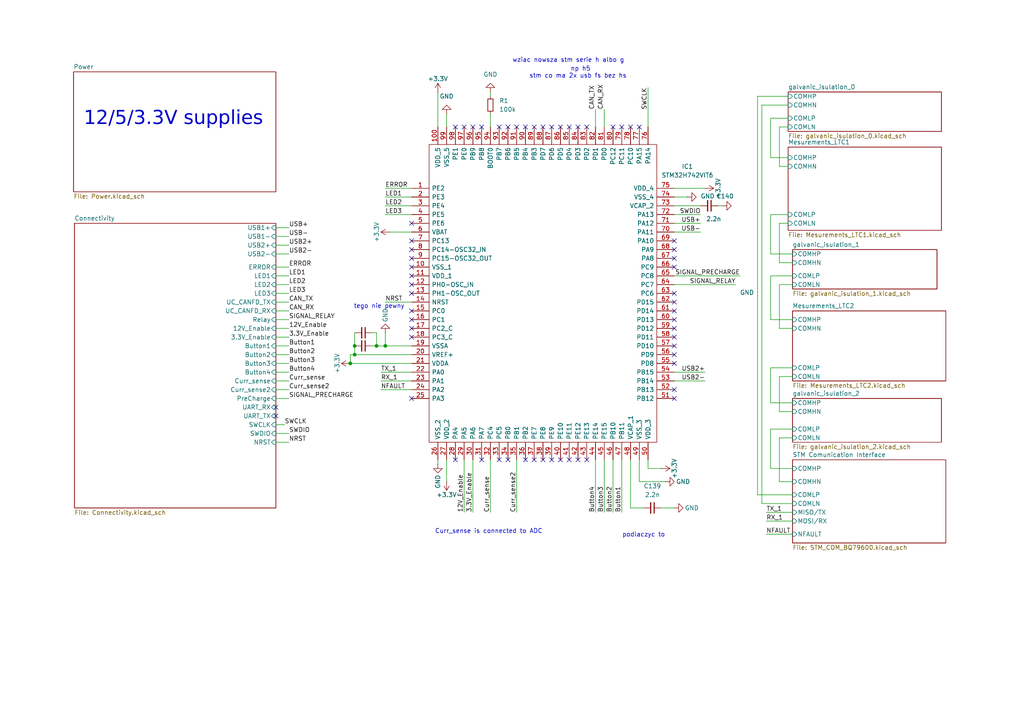
<source format=kicad_sch>
(kicad_sch (version 20231120) (generator "eeschema") (generator_version "8.0")
  (paper "A4")
  (lib_symbols
    (symbol "Device:C_Small" (pin_numbers hide) (pin_names (offset 0.254) hide)
      (property "Reference" "C" (at 0.254 1.778 0))
      (property "Value" "C_Small" (at 0.254 -2.032 0))
      (symbol "C_Small_0_1"
        (polyline (pts (xy -1.524 -0.508) (xy 1.524 -0.508)) (stroke (width 0.3302)))
        (polyline (pts (xy -1.524 0.508) (xy 1.524 0.508)) (stroke (width 0.3048)))
      )
      (symbol "C_Small_1_1"
        (pin passive line (at 0 2.54 270) (length 2.032) (name "~") (number "1"))
        (pin passive line (at 0 -2.54 90) (length 2.032) (name "~") (number "2"))
      )
    )
    (symbol "Device:R_Small" (pin_numbers hide) (pin_names (offset 0.254) hide)
      (property "Reference" "R1" (at 2.54 1.2701 0))
      (property "Value" "100k" (at 2.54 -1.2699 0))
      (symbol "R_Small_0_1"
        (rectangle (start -0.762 1.778) (end 0.762 -1.778) (stroke (width 0.2032)))
      )
      (symbol "R_Small_1_1"
        (pin passive line (at 0 2.54 270) (length 0.762) (name "~") (number "1"))
        (pin passive line (at 0 -2.54 90) (length 0.762) (name "~") (number "2"))
      )
    )
    (symbol "GND_1" (power) (pin_numbers hide) (pin_names (offset 0) hide)
      (property "Value" "GND" (at 0.254 -5.842 90))
      (symbol "GND_1_0_1"
        (polyline (pts (xy 0 0) (xy 0 -1.27) (xy 1.27 -1.27) (xy 0 -2.54) (xy -1.27 -1.27) (xy 0 -1.27)))
      )
      (symbol "GND_1_1_1"
        (pin power_out line (at 0 0 270) (length 0) (name "~") (number "1"))
      )
    )
    (symbol "GND_2" (power) (pin_numbers hide) (pin_names (offset 0) hide)
      (property "Value" "GND" (at 0 -5.08 0))
      (symbol "GND_2_0_1"
        (polyline (pts (xy 0 0) (xy 0 -1.27) (xy 1.27 -1.27) (xy 0 -2.54) (xy -1.27 -1.27) (xy 0 -1.27)))
      )
      (symbol "GND_2_1_1"
        (pin passive line (at 0 0 270) (length 0) (name "~") (number "1"))
      )
    )
    (symbol "STM32H742VIT6:STM32H742VIT6" (pin_names (offset 0.762))
      (property "Reference" "IC4" (at 80.01 6.3186 0))
      (property "Value" "STM32H742VIT6" (at 80.01 3.7786 0))
      (symbol "STM32H742VIT6_0_0"
        (pin passive line (at 0 0 0) (length 5.08) (name "PE2") (number "1"))
        (pin passive line (at 0 -22.86 0) (length 5.08) (name "VSS_1") (number "10"))
        (pin passive line (at 7.62 17.78 270) (length 5.08) (name "VDD_5") (number "100"))
        (pin passive line (at 0 -25.4 0) (length 5.08) (name "VDD_1") (number "11"))
        (pin passive line (at 0 -27.94 0) (length 5.08) (name "PH0-OSC_IN") (number "12"))
        (pin passive line (at 0 -30.48 0) (length 5.08) (name "PH1-OSC_OUT") (number "13"))
        (pin passive line (at 0 -33.02 0) (length 5.08) (name "NRST") (number "14"))
        (pin passive line (at 0 -35.56 0) (length 5.08) (name "PC0") (number "15"))
        (pin passive line (at 0 -38.1 0) (length 5.08) (name "PC1") (number "16"))
        (pin passive line (at 0 -40.64 0) (length 5.08) (name "PC2_C") (number "17"))
        (pin passive line (at 0 -43.18 0) (length 5.08) (name "PC3_C") (number "18"))
        (pin passive line (at 0 -45.72 0) (length 5.08) (name "VSSA") (number "19"))
        (pin passive line (at 0 -2.54 0) (length 5.08) (name "PE3") (number "2"))
        (pin passive line (at 0 -48.26 0) (length 5.08) (name "VREF+") (number "20"))
        (pin passive line (at 0 -50.8 0) (length 5.08) (name "VDDA") (number "21"))
        (pin passive line (at 0 -53.34 0) (length 5.08) (name "PA0") (number "22"))
        (pin passive line (at 0 -55.88 0) (length 5.08) (name "PA1") (number "23"))
        (pin passive line (at 0 -58.42 0) (length 5.08) (name "PA2") (number "24"))
        (pin passive line (at 0 -60.96 0) (length 5.08) (name "PA3") (number "25"))
        (pin passive line (at 7.62 -78.74 90) (length 5.08) (name "VSS_2") (number "26"))
        (pin passive line (at 10.16 -78.74 90) (length 5.08) (name "VDD_2") (number "27"))
        (pin passive line (at 12.7 -78.74 90) (length 5.08) (name "PA4") (number "28"))
        (pin passive line (at 15.24 -78.74 90) (length 5.08) (name "PA5") (number "29"))
        (pin passive line (at 0 -5.08 0) (length 5.08) (name "PE4") (number "3"))
        (pin passive line (at 17.78 -78.74 90) (length 5.08) (name "PA6") (number "30"))
        (pin passive line (at 20.32 -78.74 90) (length 5.08) (name "PA7") (number "31"))
        (pin passive line (at 22.86 -78.74 90) (length 5.08) (name "PC4") (number "32"))
        (pin passive line (at 25.4 -78.74 90) (length 5.08) (name "PC5") (number "33"))
        (pin passive line (at 27.94 -78.74 90) (length 5.08) (name "PB0") (number "34"))
        (pin passive line (at 30.48 -78.74 90) (length 5.08) (name "PB1") (number "35"))
        (pin passive line (at 33.02 -78.74 90) (length 5.08) (name "PB2") (number "36"))
        (pin passive line (at 35.56 -78.74 90) (length 5.08) (name "PE7") (number "37"))
        (pin passive line (at 38.1 -78.74 90) (length 5.08) (name "PE8") (number "38"))
        (pin passive line (at 40.64 -78.74 90) (length 5.08) (name "PE9") (number "39"))
        (pin passive line (at 0 -7.62 0) (length 5.08) (name "PE5") (number "4"))
        (pin passive line (at 43.18 -78.74 90) (length 5.08) (name "PE10") (number "40"))
        (pin passive line (at 45.72 -78.74 90) (length 5.08) (name "PE11") (number "41"))
        (pin passive line (at 48.26 -78.74 90) (length 5.08) (name "PE12") (number "42"))
        (pin passive line (at 50.8 -78.74 90) (length 5.08) (name "PE13") (number "43"))
        (pin passive line (at 53.34 -78.74 90) (length 5.08) (name "PE14") (number "44"))
        (pin passive line (at 55.88 -78.74 90) (length 5.08) (name "PE15") (number "45"))
        (pin passive line (at 58.42 -78.74 90) (length 5.08) (name "PB10") (number "46"))
        (pin passive line (at 60.96 -78.74 90) (length 5.08) (name "PB11") (number "47"))
        (pin passive line (at 63.5 -78.74 90) (length 5.08) (name "VCAP_1") (number "48"))
        (pin passive line (at 66.04 -78.74 90) (length 5.08) (name "VSS_3") (number "49"))
        (pin passive line (at 0 -10.16 0) (length 5.08) (name "PE6") (number "5"))
        (pin passive line (at 68.58 -78.74 90) (length 5.08) (name "VDD_3") (number "50"))
        (pin passive line (at 76.2 -60.96 180) (length 5.08) (name "PB12") (number "51"))
        (pin passive line (at 76.2 -58.42 180) (length 5.08) (name "PB13") (number "52"))
        (pin passive line (at 76.2 -55.88 180) (length 5.08) (name "PB14") (number "53"))
        (pin passive line (at 76.2 -53.34 180) (length 5.08) (name "PB15") (number "54"))
        (pin passive line (at 76.2 -50.8 180) (length 5.08) (name "PD8") (number "55"))
        (pin passive line (at 76.2 -48.26 180) (length 5.08) (name "PD9") (number "56"))
        (pin passive line (at 76.2 -45.72 180) (length 5.08) (name "PD10") (number "57"))
        (pin passive line (at 76.2 -43.18 180) (length 5.08) (name "PD11") (number "58"))
        (pin passive line (at 76.2 -40.64 180) (length 5.08) (name "PD12") (number "59"))
        (pin passive line (at 0 -12.7 0) (length 5.08) (name "VBAT") (number "6"))
        (pin passive line (at 76.2 -38.1 180) (length 5.08) (name "PD13") (number "60"))
        (pin passive line (at 76.2 -35.56 180) (length 5.08) (name "PD14") (number "61"))
        (pin passive line (at 76.2 -33.02 180) (length 5.08) (name "PD15") (number "62"))
        (pin passive line (at 76.2 -30.48 180) (length 5.08) (name "PC6") (number "63"))
        (pin passive line (at 76.2 -27.94 180) (length 5.08) (name "PC7") (number "64"))
        (pin passive line (at 76.2 -25.4 180) (length 5.08) (name "PC8") (number "65"))
        (pin passive line (at 76.2 -22.86 180) (length 5.08) (name "PC9") (number "66"))
        (pin passive line (at 76.2 -20.32 180) (length 5.08) (name "PA8") (number "67"))
        (pin passive line (at 76.2 -17.78 180) (length 5.08) (name "PA9") (number "68"))
        (pin passive line (at 76.2 -15.24 180) (length 5.08) (name "PA10") (number "69"))
        (pin passive line (at 0 -15.24 0) (length 5.08) (name "PC13") (number "7"))
        (pin passive line (at 76.2 -12.7 180) (length 5.08) (name "PA11") (number "70"))
        (pin passive line (at 76.2 -10.16 180) (length 5.08) (name "PA12") (number "71"))
        (pin passive line (at 76.2 -7.62 180) (length 5.08) (name "PA13") (number "72"))
        (pin passive line (at 76.2 -5.08 180) (length 5.08) (name "VCAP_2") (number "73"))
        (pin passive line (at 76.2 -2.54 180) (length 5.08) (name "VSS_4") (number "74"))
        (pin passive line (at 76.2 0 180) (length 5.08) (name "VDD_4") (number "75"))
        (pin passive line (at 68.58 17.78 270) (length 5.08) (name "PA14") (number "76"))
        (pin passive line (at 66.04 17.78 270) (length 5.08) (name "PA15") (number "77"))
        (pin passive line (at 63.5 17.78 270) (length 5.08) (name "PC10") (number "78"))
        (pin passive line (at 60.96 17.78 270) (length 5.08) (name "PC11") (number "79"))
        (pin passive line (at 0 -17.78 0) (length 5.08) (name "PC14-OSC32_IN") (number "8"))
        (pin passive line (at 58.42 17.78 270) (length 5.08) (name "PC12") (number "80"))
        (pin passive line (at 55.88 17.78 270) (length 5.08) (name "PD0") (number "81"))
        (pin passive line (at 53.34 17.78 270) (length 5.08) (name "PD1") (number "82"))
        (pin passive line (at 50.8 17.78 270) (length 5.08) (name "PD2") (number "83"))
        (pin passive line (at 48.26 17.78 270) (length 5.08) (name "PD3") (number "84"))
        (pin passive line (at 45.72 17.78 270) (length 5.08) (name "PD4") (number "85"))
        (pin passive line (at 43.18 17.78 270) (length 5.08) (name "PD5") (number "86"))
        (pin passive line (at 40.64 17.78 270) (length 5.08) (name "PD6") (number "87"))
        (pin passive line (at 38.1 17.78 270) (length 5.08) (name "PD7") (number "88"))
        (pin passive line (at 35.56 17.78 270) (length 5.08) (name "PB3") (number "89"))
        (pin passive line (at 0 -20.32 0) (length 5.08) (name "PC15-OSC32_OUT") (number "9"))
        (pin passive line (at 33.02 17.78 270) (length 5.08) (name "PB4") (number "90"))
        (pin passive line (at 30.48 17.78 270) (length 5.08) (name "PB5") (number "91"))
        (pin passive line (at 27.94 17.78 270) (length 5.08) (name "PB6") (number "92"))
        (pin passive line (at 25.4 17.78 270) (length 5.08) (name "PB7") (number "93"))
        (pin passive line (at 22.86 17.78 270) (length 5.08) (name "BOOT0") (number "94"))
        (pin passive line (at 20.32 17.78 270) (length 5.08) (name "PB8") (number "95"))
        (pin passive line (at 17.78 17.78 270) (length 5.08) (name "PB9") (number "96"))
        (pin passive line (at 15.24 17.78 270) (length 5.08) (name "PE0") (number "97"))
        (pin passive line (at 12.7 17.78 270) (length 5.08) (name "PE1") (number "98"))
        (pin passive line (at 10.16 17.78 270) (length 5.08) (name "VSS_5") (number "99"))
      )
      (symbol "STM32H742VIT6_1_1"
        (rectangle (start 5.08 12.7) (end 71.12 -73.66))
      )
    )
    (symbol "power:+3.3V" (power) (pin_numbers hide) (pin_names (offset 0) hide)
      (property "Value" "+3.3V" (at 0 3.556 0))
      (symbol "+3.3V_0_1"
        (polyline (pts (xy -0.762 1.27) (xy 0 2.54)))
        (polyline (pts (xy 0 0) (xy 0 2.54)))
        (polyline (pts (xy 0 2.54) (xy 0.762 1.27)))
      )
      (symbol "+3.3V_1_1"
        (pin power_in line (at 0 0 90) (length 0) (name "~") (number "1"))
      )
    )
    (symbol "power:GND" (power) (pin_numbers hide) (pin_names (offset 0) hide)
      (property "Value" "GND" (at 0 -3.81 0))
      (symbol "GND_0_1"
        (polyline (pts (xy 0 0) (xy 0 -1.27) (xy 1.27 -1.27) (xy 0 -2.54) (xy -1.27 -1.27) (xy 0 -1.27)))
      )
      (symbol "GND_1_1"
        (pin power_in line (at 0 0 270) (length 0) (name "~") (number "1"))
      )
    )
  )
  (junction (at 109.22 100.33))
  (junction (at 102.87 102.87))
  (junction (at 102.87 100.33))
  (junction (at 111.76 100.33))
  (junction (at 101.6 105.41))
  (no_connect (at 195.58 72.39))
  (no_connect (at 119.38 115.57))
  (no_connect (at 154.94 36.83))
  (no_connect (at 195.58 115.57))
  (no_connect (at 80.01 120.65))
  (no_connect (at 167.64 133.35))
  (no_connect (at 149.86 36.83))
  (no_connect (at 119.38 92.71))
  (no_connect (at 119.38 64.77))
  (no_connect (at 157.48 36.83))
  (no_connect (at 147.32 133.35))
  (no_connect (at 195.58 92.71))
  (no_connect (at 119.38 97.79))
  (no_connect (at 132.08 36.83))
  (no_connect (at 119.38 72.39))
  (no_connect (at 195.58 85.09))
  (no_connect (at 167.64 36.83))
  (no_connect (at 162.56 36.83))
  (no_connect (at 195.58 97.79))
  (no_connect (at 195.58 69.85))
  (no_connect (at 195.58 90.17))
  (no_connect (at 177.8 36.83))
  (no_connect (at 152.4 133.35))
  (no_connect (at 152.4 36.83))
  (no_connect (at 119.38 90.17))
  (no_connect (at 119.38 85.09))
  (no_connect (at 165.1 133.35))
  (no_connect (at 147.32 36.83))
  (no_connect (at 139.7 133.35))
  (no_connect (at 119.38 77.47))
  (no_connect (at 180.34 36.83))
  (no_connect (at 195.58 87.63))
  (no_connect (at 154.94 133.35))
  (no_connect (at 144.78 36.83))
  (no_connect (at 195.58 105.41))
  (no_connect (at 119.38 69.85))
  (no_connect (at 182.88 36.83))
  (no_connect (at 185.42 36.83))
  (no_connect (at 132.08 133.35))
  (no_connect (at 137.16 36.83))
  (no_connect (at 195.58 74.93))
  (no_connect (at 160.02 133.35))
  (no_connect (at 119.38 80.01))
  (no_connect (at 80.01 118.11))
  (no_connect (at 119.38 82.55))
  (no_connect (at 144.78 133.35))
  (no_connect (at 162.56 133.35))
  (no_connect (at 195.58 100.33))
  (no_connect (at 139.7 36.83))
  (no_connect (at 195.58 77.47))
  (no_connect (at 119.38 95.25))
  (no_connect (at 134.62 36.83))
  (no_connect (at 119.38 74.93))
  (no_connect (at 157.48 133.35))
  (no_connect (at 165.1 36.83))
  (no_connect (at 160.02 36.83))
  (no_connect (at 170.18 133.35))
  (no_connect (at 195.58 113.03))
  (no_connect (at 195.58 102.87))
  (no_connect (at 195.58 95.25))
  (no_connect (at 170.18 36.83))
  (wire (pts (xy 80.01 68.58) (xy 83.82 68.58)))
  (wire (pts (xy 193.04 139.7) (xy 185.42 139.7)))
  (wire (pts (xy 195.58 67.31) (xy 203.2 67.31)))
  (wire (pts (xy 129.54 133.35) (xy 129.54 139.7)))
  (wire (pts (xy 195.58 110.49) (xy 204.47 110.49)))
  (wire (pts (xy 226.06 119.38) (xy 226.06 109.22)))
  (wire (pts (xy 182.88 147.32) (xy 186.69 147.32)))
  (wire (pts (xy 110.49 110.49) (xy 119.38 110.49)))
  (wire (pts (xy 80.01 107.95) (xy 83.82 107.95)))
  (wire (pts (xy 80.01 110.49) (xy 83.82 110.49)))
  (wire (pts (xy 80.01 95.25) (xy 83.82 95.25)))
  (wire (pts (xy 80.01 113.03) (xy 83.82 113.03)))
  (wire (pts (xy 229.87 76.2) (xy 226.06 76.2)))
  (wire (pts (xy 177.8 133.35) (xy 177.8 148.59)))
  (wire (pts (xy 185.42 139.7) (xy 185.42 133.35)))
  (wire (pts (xy 223.52 34.29) (xy 228.6 34.29)))
  (wire (pts (xy 226.06 36.83) (xy 228.6 36.83)))
  (wire (pts (xy 111.76 62.23) (xy 119.38 62.23)))
  (wire (pts (xy 229.87 143.51) (xy 219.71 143.51)))
  (wire (pts (xy 110.49 107.95) (xy 119.38 107.95)))
  (wire (pts (xy 226.06 127) (xy 229.87 127)))
  (wire (pts (xy 195.58 64.77) (xy 203.2 64.77)))
  (wire (pts (xy 222.25 151.13) (xy 229.87 151.13)))
  (wire (pts (xy 226.06 82.55) (xy 229.87 82.55)))
  (wire (pts (xy 129.54 33.02) (xy 129.54 36.83)))
  (wire (pts (xy 111.76 100.33) (xy 111.76 96.52)))
  (wire (pts (xy 80.01 87.63) (xy 83.82 87.63)))
  (wire (pts (xy 80.01 80.01) (xy 83.82 80.01)))
  (wire (pts (xy 80.01 66.04) (xy 83.82 66.04)))
  (wire (pts (xy 80.01 73.66) (xy 83.82 73.66)))
  (wire (pts (xy 226.06 48.26) (xy 226.06 36.83)))
  (wire (pts (xy 80.01 125.73) (xy 83.82 125.73)))
  (wire (pts (xy 226.06 76.2) (xy 226.06 64.77)))
  (wire (pts (xy 80.01 97.79) (xy 83.82 97.79)))
  (wire (pts (xy 226.06 95.25) (xy 226.06 82.55)))
  (wire (pts (xy 80.01 82.55) (xy 83.82 82.55)))
  (wire (pts (xy 187.96 135.89) (xy 187.96 133.35)))
  (wire (pts (xy 191.77 135.89) (xy 187.96 135.89)))
  (wire (pts (xy 102.87 96.52) (xy 102.87 100.33)))
  (wire (pts (xy 111.76 59.69) (xy 119.38 59.69)))
  (wire (pts (xy 223.52 116.84) (xy 223.52 106.68)))
  (wire (pts (xy 101.6 105.41) (xy 119.38 105.41)))
  (wire (pts (xy 195.58 107.95) (xy 204.47 107.95)))
  (wire (pts (xy 110.49 113.03) (xy 119.38 113.03)))
  (wire (pts (xy 228.6 45.72) (xy 223.52 45.72)))
  (wire (pts (xy 182.88 133.35) (xy 182.88 147.32)))
  (wire (pts (xy 195.58 57.15) (xy 199.39 57.15)))
  (wire (pts (xy 109.22 96.52) (xy 109.22 100.33)))
  (wire (pts (xy 80.01 92.71) (xy 83.82 92.71)))
  (wire (pts (xy 226.06 64.77) (xy 228.6 64.77)))
  (wire (pts (xy 111.76 100.33) (xy 119.38 100.33)))
  (wire (pts (xy 229.87 139.7) (xy 226.06 139.7)))
  (wire (pts (xy 113.03 67.31) (xy 119.38 67.31)))
  (wire (pts (xy 107.95 100.33) (xy 109.22 100.33)))
  (wire (pts (xy 195.58 54.61) (xy 204.47 54.61)))
  (wire (pts (xy 80.01 123.19) (xy 82.55 123.19)))
  (wire (pts (xy 195.58 59.69) (xy 203.2 59.69)))
  (wire (pts (xy 229.87 119.38) (xy 226.06 119.38)))
  (wire (pts (xy 80.01 128.27) (xy 83.82 128.27)))
  (wire (pts (xy 195.58 82.55) (xy 213.36 82.55)))
  (wire (pts (xy 172.72 133.35) (xy 172.72 148.59)))
  (wire (pts (xy 111.76 57.15) (xy 119.38 57.15)))
  (wire (pts (xy 223.52 80.01) (xy 229.87 80.01)))
  (wire (pts (xy 222.25 154.94) (xy 229.87 154.94)))
  (wire (pts (xy 191.77 147.32) (xy 195.58 147.32)))
  (wire (pts (xy 226.06 139.7) (xy 226.06 127)))
  (wire (pts (xy 142.24 33.02) (xy 142.24 36.83)))
  (wire (pts (xy 80.01 105.41) (xy 83.82 105.41)))
  (wire (pts (xy 134.62 133.35) (xy 134.62 148.59)))
  (wire (pts (xy 127 26.67) (xy 127 36.83)))
  (wire (pts (xy 223.52 62.23) (xy 228.6 62.23)))
  (wire (pts (xy 142.24 26.67) (xy 142.24 27.94)))
  (wire (pts (xy 80.01 71.12) (xy 83.82 71.12)))
  (wire (pts (xy 229.87 135.89) (xy 223.52 135.89)))
  (wire (pts (xy 220.98 30.48) (xy 220.98 146.05)))
  (wire (pts (xy 195.58 62.23) (xy 203.2 62.23)))
  (wire (pts (xy 80.01 102.87) (xy 83.82 102.87)))
  (wire (pts (xy 111.76 54.61) (xy 119.38 54.61)))
  (wire (pts (xy 102.87 102.87) (xy 119.38 102.87)))
  (wire (pts (xy 101.6 102.87) (xy 102.87 102.87)))
  (wire (pts (xy 223.52 135.89) (xy 223.52 124.46)))
  (wire (pts (xy 223.52 124.46) (xy 229.87 124.46)))
  (wire (pts (xy 228.6 27.94) (xy 219.71 27.94)))
  (wire (pts (xy 223.52 92.71) (xy 223.52 80.01)))
  (wire (pts (xy 80.01 90.17) (xy 83.82 90.17)))
  (wire (pts (xy 80.01 77.47) (xy 83.82 77.47)))
  (wire (pts (xy 101.6 102.87) (xy 101.6 105.41)))
  (wire (pts (xy 142.24 133.35) (xy 142.24 148.59)))
  (wire (pts (xy 220.98 30.48) (xy 228.6 30.48)))
  (wire (pts (xy 229.87 116.84) (xy 223.52 116.84)))
  (wire (pts (xy 187.96 25.4) (xy 187.96 36.83)))
  (wire (pts (xy 175.26 133.35) (xy 175.26 148.59)))
  (wire (pts (xy 137.16 133.35) (xy 137.16 148.59)))
  (wire (pts (xy 111.76 87.63) (xy 119.38 87.63)))
  (wire (pts (xy 209.55 59.69) (xy 208.28 59.69)))
  (wire (pts (xy 229.87 73.66) (xy 223.52 73.66)))
  (wire (pts (xy 102.87 100.33) (xy 102.87 102.87)))
  (wire (pts (xy 223.52 106.68) (xy 229.87 106.68)))
  (wire (pts (xy 107.95 96.52) (xy 109.22 96.52)))
  (wire (pts (xy 229.87 92.71) (xy 223.52 92.71)))
  (wire (pts (xy 80.01 115.57) (xy 83.82 115.57)))
  (wire (pts (xy 80.01 85.09) (xy 83.82 85.09)))
  (wire (pts (xy 80.01 100.33) (xy 83.82 100.33)))
  (wire (pts (xy 219.71 27.94) (xy 219.71 143.51)))
  (wire (pts (xy 222.25 148.59) (xy 229.87 148.59)))
  (wire (pts (xy 214.63 80.01) (xy 195.58 80.01)))
  (wire (pts (xy 223.52 73.66) (xy 223.52 62.23)))
  (wire (pts (xy 226.06 109.22) (xy 229.87 109.22)))
  (wire (pts (xy 127 133.35) (xy 127 134.62)))
  (wire (pts (xy 228.6 48.26) (xy 226.06 48.26)))
  (wire (pts (xy 229.87 95.25) (xy 226.06 95.25)))
  (wire (pts (xy 172.72 31.75) (xy 172.72 36.83)))
  (wire (pts (xy 149.86 133.35) (xy 149.86 148.59)))
  (wire (pts (xy 109.22 100.33) (xy 111.76 100.33)))
  (wire (pts (xy 175.26 31.75) (xy 175.26 36.83)))
  (wire (pts (xy 229.87 146.05) (xy 220.98 146.05)))
  (wire (pts (xy 223.52 45.72) (xy 223.52 34.29)))
  (wire (pts (xy 180.34 133.35) (xy 180.34 148.59)))
  (text "tego nie pewny\n" (at 109.982 88.9 0) (effects (font (size 1.27 1.27))))
  (text "podlaczyc to\n" (at 186.69 155.194 0) (effects (font (size 1.27 1.27))))
  (text "12/5/3.3V supplies\n" (at 50.292 35.56 0) (effects (font (size 4 4))))
  (text "np h5" (at 168.402 20.066 0) (effects (font (size 1.27 1.27))))
  (text "wziac nowsza stm serie h albo g" (at 164.846 17.526 0) (effects (font (size 1.27 1.27))))
  (text "Curr_sense is connected to ADC " (at 142.24 154.178 0) (effects (font (size 1.27 1.27))))
  (text "stm co ma 2x usb fs bez hs" (at 167.64 22.098 0) (effects (font (size 1.27 1.27))))
  (label "NRST" (at 111.76 87.63 0))
  (label "USB-" (at 83.82 68.58 0))
  (label "RX_1" (at 222.25 151.13 0))
  (label "ERROR" (at 111.76 54.61 0))
  (label "CAN_TX" (at 172.72 31.75 90))
  (label "TX_1" (at 222.25 148.59 0))
  (label "Curr_sense" (at 83.82 110.49 0))
  (label "USB2+" (at 83.82 71.12 0))
  (label "USB+" (at 83.82 66.04 0))
  (label "Curr_sense2" (at 83.82 113.03 0))
  (label "ERROR" (at 83.82 77.47 0))
  (label "USB-" (at 203.2 67.31 180))
  (label "RX_1" (at 110.49 110.49 0))
  (label "SIGNAL_PRECHARGE" (at 83.82 115.57 0))
  (label "SWDIO" (at 83.82 125.73 0))
  (label "LED1" (at 83.82 80.01 0))
  (label "USB2+" (at 204.47 107.95 180))
  (label "LED1" (at 111.76 57.15 0))
  (label "Button3" (at 83.82 105.41 0))
  (label "USB2-" (at 204.47 110.49 180))
  (label "SWCLK" (at 82.55 123.19 0))
  (label "3.3V_Enable" (at 83.82 97.79 0))
  (label "12V_Enable" (at 134.62 148.59 90))
  (label "NRST" (at 83.82 128.27 0))
  (label "Button4" (at 83.82 107.95 0))
  (label "TX_1" (at 110.49 107.95 0))
  (label "NFAULT" (at 110.49 113.03 0))
  (label "SIGNAL_PRECHARGE" (at 214.63 80.01 180))
  (label "LED2" (at 111.76 59.69 0))
  (label "SIGNAL_RELAY" (at 83.82 92.71 0))
  (label "Button4" (at 172.72 148.59 90))
  (label "Button1" (at 180.34 148.59 90))
  (label "CAN_RX" (at 175.26 31.75 90))
  (label "SWDIO" (at 203.2 62.23 180))
  (label "Button1" (at 83.82 100.33 0))
  (label "LED3" (at 111.76 62.23 0))
  (label "SIGNAL_RELAY" (at 213.36 82.55 180))
  (label "USB+" (at 203.2 64.77 180))
  (label "Button2" (at 83.82 102.87 0))
  (label "LED3" (at 83.82 85.09 0))
  (label "Curr_sense2" (at 149.86 148.59 90))
  (label "LED2" (at 83.82 82.55 0))
  (label "USB2-" (at 83.82 73.66 0))
  (label "CAN_TX" (at 83.82 87.63 0))
  (label "3.3V_Enable" (at 137.16 148.59 90))
  (label "SWCLK" (at 187.96 25.4 270))
  (label "Button3" (at 175.26 148.59 90))
  (label "Button2" (at 177.8 148.59 90))
  (label "12V_Enable" (at 83.82 95.25 0))
  (label "Curr_sense" (at 142.24 148.59 90))
  (label "CAN_RX" (at 83.82 90.17 0))
  (label "NFAULT" (at 222.25 154.94 0))
  (symbol (lib_id "power:GND") (at 199.39 57.15 90) (unit 1)
    (property "Reference" "#PWR010" (effects (hide yes)))
    (property "Value" "GND" (at 205.232 56.896 90))
    (property "Description" "Power symbol creates a global label with name \"GND\" , ground" (effects (hide yes)))
  )
  (symbol (lib_name "GND_2") (lib_id "power:GND") (at 142.24 26.67 180) (unit 1)
    (property "Reference" "#PWR08" (effects (hide yes)))
    (property "Value" "GND" (at 142.24 21.59 0))
    (property "Description" "Power symbol creates a global label with name \"GND\" , ground" (effects (hide yes)))
  )
  (symbol (lib_id "power:+3.3V") (at 191.77 135.89 270) (unit 1)
    (property "Reference" "#PWR0103" (effects (hide yes)))
    (property "Value" "+3.3V" (at 195.58 135.89 0))
  )
  (symbol (lib_id "Device:C_Small") (at 105.41 100.33 270) (unit 1)
    (property "Reference" "C1" (effects (hide yes)))
    (property "Value" "100n ceramiczny" (effects (hide yes)))
    (property "Footprint" "Capacitor_SMD:C_0603_1608Metric_Pad1.08x0.95mm_HandSolder" (effects (hide yes)))
    (property "Datasheet" "https://www.mouser.pl/ProductDetail/TAIYO-YUDEN/MAJCU168BB7104KTEA01?qs=ZcfC38r4PovJ4zMRJqa98Q%3D%3D" (effects (hide yes)))
    (property "Description" "Unpolarized capacitor, small symbol" (effects (hide yes)))
  )
  (symbol (lib_id "Device:R_Small") (at 142.24 30.48 0) (unit 1)
    (property "Reference" "R1" (at 144.78 29.2099 0) (effects (justify left)))
    (property "Value" "100k" (at 144.78 31.7499 0) (effects (justify left)))
    (property "Footprint" "Resistor_SMD:R_0603_1608Metric_Pad0.98x0.95mm_HandSolder" (effects (hide yes)))
    (property "Datasheet" "https://www.mouser.pl/ProductDetail/Panasonic/ERA-3AED104V?qs=sGAEpiMZZMvdGkrng054t5mej2KPdPuFer%252BmkwOaGAY%3D" (effects (hide yes)))
    (property "Description" "Resistor, small symbol" (effects (hide yes)))
  )
  (symbol (lib_id "power:+3.3V") (at 204.47 54.61 270) (unit 1)
    (property "Reference" "#PWR0129" (effects (hide yes)))
    (property "Value" "+3.3V" (at 208.28 54.61 0))
  )
  (symbol (lib_id "power:GND") (at 129.54 33.02 180) (unit 1)
    (property "Reference" "#PWR06" (effects (hide yes)))
    (property "Value" "GND" (at 129.54 27.94 0))
    (property "Description" "Power symbol creates a global label with name \"GND\" , ground" (effects (hide yes)))
  )
  (symbol (lib_id "power:+3.3V") (at 113.03 67.31 90) (unit 1)
    (property "Reference" "#PWR04" (effects (hide yes)))
    (property "Value" "+3.3V" (at 109.22 67.31 0))
  )
  (symbol (lib_id "Device:C_Small") (at 105.41 96.52 270) (unit 1)
    (property "Reference" "C141" (effects (hide yes)))
    (property "Value" "47n 	" (effects (hide yes)))
    (property "Footprint" "Capacitor_SMD:C_0603_1608Metric_Pad1.08x0.95mm_HandSolder" (effects (hide yes)))
    (property "Datasheet" "https://www.mouser.pl/ProductDetail/KEMET/C0603C473J3RACAUTO?qs=LnFVCKo%2FxLlw%2Fry3h%252BVLzQ%3D%3D" (effects (hide yes)))
    (property "Description" "Unpolarized capacitor, small symbol" (effects (hide yes)))
  )
  (symbol (lib_id "power:+3.3V") (at 129.54 139.7 180) (unit 1)
    (property "Reference" "#PWR09" (effects (hide yes)))
    (property "Value" "+3.3V" (at 129.54 143.51 0))
  )
  (symbol (lib_name "GND_1") (lib_id "power:GND") (at 209.55 59.69 90) (unit 1)
    (property "Reference" "#PWR0159" (effects (hide yes)))
    (property "Value" "GND" (at 216.662 84.836 90))
    (property "Description" "Power symbol creates a global label with name \"GND\" , ground" (effects (hide yes)))
  )
  (symbol (lib_id "power:+3.3V") (at 127 26.67 0) (unit 1)
    (property "Reference" "#PWR03" (effects (hide yes)))
    (property "Value" "+3.3V" (at 127 22.86 0))
  )
  (symbol (lib_id "Device:C_Small") (at 189.23 147.32 270) (unit 1)
    (property "Reference" "C139" (at 189.2236 140.97 90))
    (property "Value" "2.2n" (at 189.2236 143.51 90))
    (property "Footprint" "Capacitor_SMD:C_0603_1608Metric_Pad1.08x0.95mm_HandSolder" (effects (hide yes)))
    (property "Datasheet" "https://www.mouser.pl/ProductDetail/TDK/CGA3E2C0G1H222J080AE?qs=P1JMDcb91o5KNu2GzASXrQ%3D%3D" (effects (hide yes)))
    (property "Description" "Unpolarized capacitor, small symbol" (effects (hide yes)))
  )
  (symbol (lib_id "STM32H742VIT6:STM32H742VIT6") (at 119.38 54.61 0) (unit 1)
    (property "Reference" "IC1" (at 199.39 48.2914 0))
    (property "Value" "STM32H742VIT6" (at 199.39 50.8314 0))
    (property "Footprint" "footrpint:STM32H742VIT6" (effects (hide yes)))
    (property "Datasheet" "https://www.st.com/resource/en/datasheet/stm32h742vi.pdf" (effects (hide yes)))
    (property "Description" "ARM Microcontrollers - MCU 16/32-BITS MICROS" (effects (hide yes)))
    (property "Height" "1.6" (effects (hide yes)))
    (property "Mouser Part Number" "511-STM32H742VIT6" (effects (hide yes)))
    (property "Mouser Price/Stock" "https://www.mouser.co.uk/ProductDetail/STMicroelectronics/STM32H742VIT6?qs=%252B6g0mu59x7Jvz2LcLUfsOg%3D%3D" (effects (hide yes)))
    (property "Manufacturer_Name" "STMicroelectronics" (effects (hide yes)))
    (property "Manufacturer_Part_Number" "STM32H742VIT6" (effects (hide yes)))
  )
  (symbol (lib_id "power:GND") (at 111.76 96.52 180) (unit 1)
    (property "Reference" "#PWR02" (effects (hide yes)))
    (property "Value" "GND" (at 111.76 91.44 90))
    (property "Description" "Power symbol creates a global label with name \"GND\" , ground" (effects (hide yes)))
  )
  (symbol (lib_id "power:+3.3V") (at 101.6 105.41 90) (unit 1)
    (property "Reference" "#PWR07" (effects (hide yes)))
    (property "Value" "+3.3V" (at 97.79 105.41 0))
  )
  (symbol (lib_id "power:GND") (at 127 134.62 0) (unit 1)
    (property "Reference" "#PWR05" (effects (hide yes)))
    (property "Value" "GND" (at 127 139.7 90))
    (property "Description" "Power symbol creates a global label with name \"GND\" , ground" (effects (hide yes)))
  )
  (symbol (lib_id "Device:C_Small") (at 205.74 59.69 270) (unit 1)
    (property "Reference" "C140" (at 210.312 56.896 90))
    (property "Value" "2.2n" (at 207.01 63.5 90))
    (property "Footprint" "Capacitor_SMD:C_0603_1608Metric_Pad1.08x0.95mm_HandSolder" (effects (hide yes)))
    (property "Datasheet" "https://www.mouser.pl/ProductDetail/TDK/CGA3E2C0G1H222J080AE?qs=P1JMDcb91o5KNu2GzASXrQ%3D%3D" (effects (hide yes)))
    (property "Description" "Unpolarized capacitor, small symbol" (effects (hide yes)))
  )
  (symbol (lib_id "power:GND") (at 195.58 147.32 90) (unit 1)
    (property "Reference" "#PWR0158" (effects (hide yes)))
    (property "Value" "GND" (at 200.66 147.32 90))
    (property "Description" "Power symbol creates a global label with name \"GND\" , ground" (effects (hide yes)))
  )
  (symbol (lib_id "power:GND") (at 193.04 139.7 90) (unit 1)
    (property "Reference" "#PWR0157" (effects (hide yes)))
    (property "Value" "GND" (at 198.12 139.7 90))
    (property "Description" "Power symbol creates a global label with name \"GND\" , ground" (effects (hide yes)))
  )
  (sheet (at 229.87 115.57) (size 43.18 12.7) (stroke (width 0.1524))
    (property "Sheetname" "galvanic_isulation_2" (at 229.87 114.8584 0) (effects (justify left bottom)))
    (property "Sheetfile" "galvanic_isulation_2.kicad_sch" (at 229.87 128.8546 0) (effects (justify left top)))
    (pin "COMLP" input (at 229.87 124.46 180))
    (pin "COMLN" input (at 229.87 127 180))
    (pin "COMHN" input (at 229.87 119.38 180))
    (pin "COMHP" input (at 229.87 116.84 180))
  )
  (sheet (at 228.6 42.672) (size 44.45 24.13) (stroke (width 0.1524))
    (property "Sheetname" "Mesurements_LTC1" (at 228.6 41.9604 0) (effects (justify left bottom)))
    (property "Sheetfile" "Mesurements_LTC1.kicad_sch" (at 228.6 67.3866 0) (effects (justify left top)))
    (pin "COMLP" input (at 228.6 62.23 180))
    (pin "COMLN" input (at 228.6 64.77 180))
    (pin "COMHP" input (at 228.6 45.72 180))
    (pin "COMHN" input (at 228.6 48.26 180))
  )
  (sheet (at 228.6 26.67) (size 44.45 11.43) (stroke (width 0.1524))
    (property "Sheetname" "galvanic_isulation_0" (at 228.6 25.9584 0) (effects (justify left bottom)))
    (property "Sheetfile" "galvanic_isulation_0.kicad_sch" (at 228.6 38.6846 0) (effects (justify left top)))
    (pin "COMLP" input (at 228.6 34.29 180))
    (pin "COMLN" input (at 228.6 36.83 180))
    (pin "COMHN" input (at 228.6 30.48 180))
    (pin "COMHP" input (at 228.6 27.94 180))
  )
  (sheet (at 229.87 72.39) (size 41.91 11.43) (stroke (width 0.1524))
    (property "Sheetname" "galvanic_isulation_1" (at 229.87 71.6784 0) (effects (justify left bottom)))
    (property "Sheetfile" "galvanic_isulation_1.kicad_sch" (at 229.87 84.4046 0) (effects (justify left top)))
    (pin "COMLP" input (at 229.87 80.01 180))
    (pin "COMLN" input (at 229.87 82.55 180))
    (pin "COMHP" input (at 229.87 73.66 180))
    (pin "COMHN" input (at 229.87 76.2 180))
  )
  (sheet (at 229.87 90.17) (size 44.45 20.32) (stroke (width 0.1524))
    (property "Sheetname" "Mesurements_LTC2" (at 229.87 89.4584 0) (effects (justify left bottom)))
    (property "Sheetfile" "Mesurements_LTC2.kicad_sch" (at 229.87 111.0746 0) (effects (justify left top)))
    (pin "COMLN" input (at 229.87 109.22 180))
    (pin "COMLP" input (at 229.87 106.68 180))
    (pin "COMHP" input (at 229.87 92.71 180))
    (pin "COMHN" input (at 229.87 95.25 180))
  )
  (sheet (at 229.87 133.35) (size 44.45 24.13) (stroke (width 0.1524))
    (property "Sheetname" "STM Comunication Interface " (at 229.87 132.6384 0) (effects (justify left bottom)))
    (property "Sheetfile" "STM_COM_BQ79600.kicad_sch" (at 229.87 158.0646 0) (effects (justify left top)))
    (pin "COMHP" input (at 229.87 135.89 180))
    (pin "COMHN" input (at 229.87 139.7 180))
    (pin "COMLP" input (at 229.87 143.51 180))
    (pin "COMLN" input (at 229.87 146.05 180))
    (pin "MISO{slash}TX" input (at 229.87 148.59 180))
    (pin "MOSI{slash}RX" input (at 229.87 151.13 180))
    (pin "NFAULT" input (at 229.87 154.94 180))
  )
  (sheet (at 21.336 20.828) (size 58.674 34.798) (stroke (width 0.1524))
    (property "Sheetname" "Power" (at 21.336 20.1164 0) (effects (justify left bottom)))
    (property "Sheetfile" "Power.kicad_sch" (at 21.336 56.2106 0) (effects (justify left top)))
  )
  (sheet (at 21.59 64.77) (size 58.42 82.55) (stroke (width 0.1524))
    (property "Sheetname" "Connectivity" (at 21.59 64.0584 0) (effects (justify left bottom)))
    (property "Sheetfile" "Connectivity.kicad_sch" (at 21.59 147.9046 0) (effects (justify left top)))
    (pin "ERROR" input (at 80.01 77.47 0))
    (pin "LED1" input (at 80.01 80.01 0))
    (pin "LED2" input (at 80.01 82.55 0))
    (pin "LED3" input (at 80.01 85.09 0))
    (pin "UART_TX" input (at 80.01 120.65 0))
    (pin "SWCLK" input (at 80.01 123.19 0))
    (pin "SWDIO" input (at 80.01 125.73 0))
    (pin "NRST" input (at 80.01 128.27 0))
    (pin "UART_RX" input (at 80.01 118.11 0))
    (pin "UC_CANFD_TX" input (at 80.01 87.63 0))
    (pin "UC_CANFD_RX" input (at 80.01 90.17 0))
    (pin "3.3V_Enable" input (at 80.01 97.79 0))
    (pin "12V_Enable" input (at 80.01 95.25 0))
    (pin "Button1" input (at 80.01 100.33 0))
    (pin "Button3" input (at 80.01 105.41 0))
    (pin "Button2" input (at 80.01 102.87 0))
    (pin "Button4" input (at 80.01 107.95 0))
    (pin "Curr_sense" input (at 80.01 110.49 0))
    (pin "USB2+" input (at 80.01 71.12 0))
    (pin "USB2-" input (at 80.01 73.66 0))
    (pin "USB1+" input (at 80.01 66.04 0))
    (pin "USB1-" input (at 80.01 68.58 0))
    (pin "Curr_sense2" input (at 80.01 113.03 0))
    (pin "PreCharge" input (at 80.01 115.57 0))
    (pin "Relay" input (at 80.01 92.71 0))
  )
)
</source>
